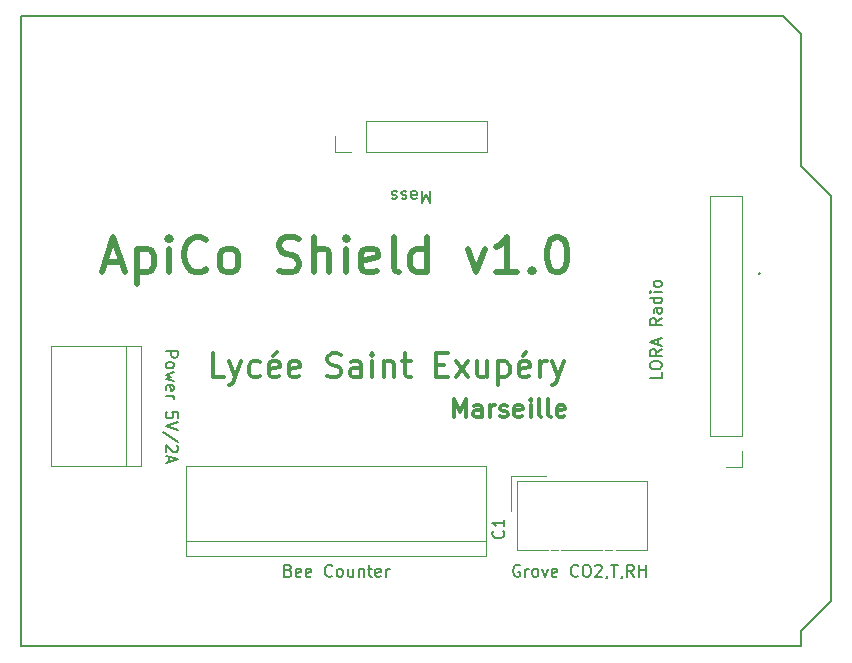
<source format=gbr>
%TF.GenerationSoftware,KiCad,Pcbnew,5.99.0+really5.1.10+dfsg1-1*%
%TF.CreationDate,2021-10-27T10:57:28+02:00*%
%TF.ProjectId,apico_shield,61706963-6f5f-4736-9869-656c642e6b69,rev?*%
%TF.SameCoordinates,Original*%
%TF.FileFunction,Legend,Top*%
%TF.FilePolarity,Positive*%
%FSLAX46Y46*%
G04 Gerber Fmt 4.6, Leading zero omitted, Abs format (unit mm)*
G04 Created by KiCad (PCBNEW 5.99.0+really5.1.10+dfsg1-1) date 2021-10-27 10:57:28*
%MOMM*%
%LPD*%
G01*
G04 APERTURE LIST*
%ADD10C,0.300000*%
%ADD11C,0.500000*%
%ADD12C,0.150000*%
%ADD13C,0.120000*%
G04 APERTURE END LIST*
D10*
X150923311Y-107591711D02*
X150923311Y-106091711D01*
X151423311Y-107163140D01*
X151923311Y-106091711D01*
X151923311Y-107591711D01*
X153280454Y-107591711D02*
X153280454Y-106805997D01*
X153209025Y-106663140D01*
X153066168Y-106591711D01*
X152780454Y-106591711D01*
X152637597Y-106663140D01*
X153280454Y-107520282D02*
X153137597Y-107591711D01*
X152780454Y-107591711D01*
X152637597Y-107520282D01*
X152566168Y-107377425D01*
X152566168Y-107234568D01*
X152637597Y-107091711D01*
X152780454Y-107020282D01*
X153137597Y-107020282D01*
X153280454Y-106948854D01*
X153994740Y-107591711D02*
X153994740Y-106591711D01*
X153994740Y-106877425D02*
X154066168Y-106734568D01*
X154137597Y-106663140D01*
X154280454Y-106591711D01*
X154423311Y-106591711D01*
X154851883Y-107520282D02*
X154994740Y-107591711D01*
X155280454Y-107591711D01*
X155423311Y-107520282D01*
X155494740Y-107377425D01*
X155494740Y-107305997D01*
X155423311Y-107163140D01*
X155280454Y-107091711D01*
X155066168Y-107091711D01*
X154923311Y-107020282D01*
X154851883Y-106877425D01*
X154851883Y-106805997D01*
X154923311Y-106663140D01*
X155066168Y-106591711D01*
X155280454Y-106591711D01*
X155423311Y-106663140D01*
X156709025Y-107520282D02*
X156566168Y-107591711D01*
X156280454Y-107591711D01*
X156137597Y-107520282D01*
X156066168Y-107377425D01*
X156066168Y-106805997D01*
X156137597Y-106663140D01*
X156280454Y-106591711D01*
X156566168Y-106591711D01*
X156709025Y-106663140D01*
X156780454Y-106805997D01*
X156780454Y-106948854D01*
X156066168Y-107091711D01*
X157423311Y-107591711D02*
X157423311Y-106591711D01*
X157423311Y-106091711D02*
X157351883Y-106163140D01*
X157423311Y-106234568D01*
X157494740Y-106163140D01*
X157423311Y-106091711D01*
X157423311Y-106234568D01*
X158351883Y-107591711D02*
X158209025Y-107520282D01*
X158137597Y-107377425D01*
X158137597Y-106091711D01*
X159137597Y-107591711D02*
X158994740Y-107520282D01*
X158923311Y-107377425D01*
X158923311Y-106091711D01*
X160280454Y-107520282D02*
X160137597Y-107591711D01*
X159851883Y-107591711D01*
X159709025Y-107520282D01*
X159637597Y-107377425D01*
X159637597Y-106805997D01*
X159709025Y-106663140D01*
X159851883Y-106591711D01*
X160137597Y-106591711D01*
X160280454Y-106663140D01*
X160351883Y-106805997D01*
X160351883Y-106948854D01*
X159637597Y-107091711D01*
X131457839Y-104200819D02*
X130505458Y-104200819D01*
X130505458Y-102200819D01*
X131934029Y-102867486D02*
X132410220Y-104200819D01*
X132886410Y-102867486D02*
X132410220Y-104200819D01*
X132219743Y-104677010D01*
X132124505Y-104772248D01*
X131934029Y-104867486D01*
X134505458Y-104105581D02*
X134314982Y-104200819D01*
X133934029Y-104200819D01*
X133743553Y-104105581D01*
X133648315Y-104010343D01*
X133553077Y-103819867D01*
X133553077Y-103248438D01*
X133648315Y-103057962D01*
X133743553Y-102962724D01*
X133934029Y-102867486D01*
X134314982Y-102867486D01*
X134505458Y-102962724D01*
X136124505Y-104105581D02*
X135934029Y-104200819D01*
X135553077Y-104200819D01*
X135362601Y-104105581D01*
X135267363Y-103915105D01*
X135267363Y-103153200D01*
X135362601Y-102962724D01*
X135553077Y-102867486D01*
X135934029Y-102867486D01*
X136124505Y-102962724D01*
X136219743Y-103153200D01*
X136219743Y-103343677D01*
X135267363Y-103534153D01*
X135934029Y-102105581D02*
X135648315Y-102391296D01*
X137838791Y-104105581D02*
X137648315Y-104200819D01*
X137267363Y-104200819D01*
X137076886Y-104105581D01*
X136981648Y-103915105D01*
X136981648Y-103153200D01*
X137076886Y-102962724D01*
X137267363Y-102867486D01*
X137648315Y-102867486D01*
X137838791Y-102962724D01*
X137934029Y-103153200D01*
X137934029Y-103343677D01*
X136981648Y-103534153D01*
X140219743Y-104105581D02*
X140505458Y-104200819D01*
X140981648Y-104200819D01*
X141172124Y-104105581D01*
X141267363Y-104010343D01*
X141362601Y-103819867D01*
X141362601Y-103629391D01*
X141267363Y-103438915D01*
X141172124Y-103343677D01*
X140981648Y-103248438D01*
X140600696Y-103153200D01*
X140410220Y-103057962D01*
X140314982Y-102962724D01*
X140219743Y-102772248D01*
X140219743Y-102581772D01*
X140314982Y-102391296D01*
X140410220Y-102296058D01*
X140600696Y-102200819D01*
X141076886Y-102200819D01*
X141362601Y-102296058D01*
X143076886Y-104200819D02*
X143076886Y-103153200D01*
X142981648Y-102962724D01*
X142791172Y-102867486D01*
X142410220Y-102867486D01*
X142219743Y-102962724D01*
X143076886Y-104105581D02*
X142886410Y-104200819D01*
X142410220Y-104200819D01*
X142219743Y-104105581D01*
X142124505Y-103915105D01*
X142124505Y-103724629D01*
X142219743Y-103534153D01*
X142410220Y-103438915D01*
X142886410Y-103438915D01*
X143076886Y-103343677D01*
X144029267Y-104200819D02*
X144029267Y-102867486D01*
X144029267Y-102200819D02*
X143934029Y-102296058D01*
X144029267Y-102391296D01*
X144124505Y-102296058D01*
X144029267Y-102200819D01*
X144029267Y-102391296D01*
X144981648Y-102867486D02*
X144981648Y-104200819D01*
X144981648Y-103057962D02*
X145076886Y-102962724D01*
X145267363Y-102867486D01*
X145553077Y-102867486D01*
X145743553Y-102962724D01*
X145838791Y-103153200D01*
X145838791Y-104200819D01*
X146505458Y-102867486D02*
X147267363Y-102867486D01*
X146791172Y-102200819D02*
X146791172Y-103915105D01*
X146886410Y-104105581D01*
X147076886Y-104200819D01*
X147267363Y-104200819D01*
X149457839Y-103153200D02*
X150124505Y-103153200D01*
X150410220Y-104200819D02*
X149457839Y-104200819D01*
X149457839Y-102200819D01*
X150410220Y-102200819D01*
X151076886Y-104200819D02*
X152124505Y-102867486D01*
X151076886Y-102867486D02*
X152124505Y-104200819D01*
X153743553Y-102867486D02*
X153743553Y-104200819D01*
X152886410Y-102867486D02*
X152886410Y-103915105D01*
X152981648Y-104105581D01*
X153172124Y-104200819D01*
X153457839Y-104200819D01*
X153648315Y-104105581D01*
X153743553Y-104010343D01*
X154695934Y-102867486D02*
X154695934Y-104867486D01*
X154695934Y-102962724D02*
X154886410Y-102867486D01*
X155267363Y-102867486D01*
X155457839Y-102962724D01*
X155553077Y-103057962D01*
X155648315Y-103248438D01*
X155648315Y-103819867D01*
X155553077Y-104010343D01*
X155457839Y-104105581D01*
X155267363Y-104200819D01*
X154886410Y-104200819D01*
X154695934Y-104105581D01*
X157267363Y-104105581D02*
X157076886Y-104200819D01*
X156695934Y-104200819D01*
X156505458Y-104105581D01*
X156410220Y-103915105D01*
X156410220Y-103153200D01*
X156505458Y-102962724D01*
X156695934Y-102867486D01*
X157076886Y-102867486D01*
X157267363Y-102962724D01*
X157362601Y-103153200D01*
X157362601Y-103343677D01*
X156410220Y-103534153D01*
X157076886Y-102105581D02*
X156791172Y-102391296D01*
X158219743Y-104200819D02*
X158219743Y-102867486D01*
X158219743Y-103248438D02*
X158314982Y-103057962D01*
X158410220Y-102962724D01*
X158600696Y-102867486D01*
X158791172Y-102867486D01*
X159267363Y-102867486D02*
X159743553Y-104200819D01*
X160219743Y-102867486D02*
X159743553Y-104200819D01*
X159553077Y-104677010D01*
X159457839Y-104772248D01*
X159267363Y-104867486D01*
D11*
X121398571Y-94480000D02*
X122827142Y-94480000D01*
X121112857Y-95337142D02*
X122112857Y-92337142D01*
X123112857Y-95337142D01*
X124112857Y-93337142D02*
X124112857Y-96337142D01*
X124112857Y-93480000D02*
X124398571Y-93337142D01*
X124970000Y-93337142D01*
X125255714Y-93480000D01*
X125398571Y-93622857D01*
X125541428Y-93908571D01*
X125541428Y-94765714D01*
X125398571Y-95051428D01*
X125255714Y-95194285D01*
X124970000Y-95337142D01*
X124398571Y-95337142D01*
X124112857Y-95194285D01*
X126827142Y-95337142D02*
X126827142Y-93337142D01*
X126827142Y-92337142D02*
X126684285Y-92480000D01*
X126827142Y-92622857D01*
X126970000Y-92480000D01*
X126827142Y-92337142D01*
X126827142Y-92622857D01*
X129970000Y-95051428D02*
X129827142Y-95194285D01*
X129398571Y-95337142D01*
X129112857Y-95337142D01*
X128684285Y-95194285D01*
X128398571Y-94908571D01*
X128255714Y-94622857D01*
X128112857Y-94051428D01*
X128112857Y-93622857D01*
X128255714Y-93051428D01*
X128398571Y-92765714D01*
X128684285Y-92480000D01*
X129112857Y-92337142D01*
X129398571Y-92337142D01*
X129827142Y-92480000D01*
X129970000Y-92622857D01*
X131684285Y-95337142D02*
X131398571Y-95194285D01*
X131255714Y-95051428D01*
X131112857Y-94765714D01*
X131112857Y-93908571D01*
X131255714Y-93622857D01*
X131398571Y-93480000D01*
X131684285Y-93337142D01*
X132112857Y-93337142D01*
X132398571Y-93480000D01*
X132541428Y-93622857D01*
X132684285Y-93908571D01*
X132684285Y-94765714D01*
X132541428Y-95051428D01*
X132398571Y-95194285D01*
X132112857Y-95337142D01*
X131684285Y-95337142D01*
X136112857Y-95194285D02*
X136541428Y-95337142D01*
X137255714Y-95337142D01*
X137541428Y-95194285D01*
X137684285Y-95051428D01*
X137827142Y-94765714D01*
X137827142Y-94480000D01*
X137684285Y-94194285D01*
X137541428Y-94051428D01*
X137255714Y-93908571D01*
X136684285Y-93765714D01*
X136398571Y-93622857D01*
X136255714Y-93480000D01*
X136112857Y-93194285D01*
X136112857Y-92908571D01*
X136255714Y-92622857D01*
X136398571Y-92480000D01*
X136684285Y-92337142D01*
X137398571Y-92337142D01*
X137827142Y-92480000D01*
X139112857Y-95337142D02*
X139112857Y-92337142D01*
X140398571Y-95337142D02*
X140398571Y-93765714D01*
X140255714Y-93480000D01*
X139970000Y-93337142D01*
X139541428Y-93337142D01*
X139255714Y-93480000D01*
X139112857Y-93622857D01*
X141827142Y-95337142D02*
X141827142Y-93337142D01*
X141827142Y-92337142D02*
X141684285Y-92480000D01*
X141827142Y-92622857D01*
X141970000Y-92480000D01*
X141827142Y-92337142D01*
X141827142Y-92622857D01*
X144398571Y-95194285D02*
X144112857Y-95337142D01*
X143541428Y-95337142D01*
X143255714Y-95194285D01*
X143112857Y-94908571D01*
X143112857Y-93765714D01*
X143255714Y-93480000D01*
X143541428Y-93337142D01*
X144112857Y-93337142D01*
X144398571Y-93480000D01*
X144541428Y-93765714D01*
X144541428Y-94051428D01*
X143112857Y-94337142D01*
X146255714Y-95337142D02*
X145970000Y-95194285D01*
X145827142Y-94908571D01*
X145827142Y-92337142D01*
X148684285Y-95337142D02*
X148684285Y-92337142D01*
X148684285Y-95194285D02*
X148398571Y-95337142D01*
X147827142Y-95337142D01*
X147541428Y-95194285D01*
X147398571Y-95051428D01*
X147255714Y-94765714D01*
X147255714Y-93908571D01*
X147398571Y-93622857D01*
X147541428Y-93480000D01*
X147827142Y-93337142D01*
X148398571Y-93337142D01*
X148684285Y-93480000D01*
X152112857Y-93337142D02*
X152827142Y-95337142D01*
X153541428Y-93337142D01*
X156255714Y-95337142D02*
X154541428Y-95337142D01*
X155398571Y-95337142D02*
X155398571Y-92337142D01*
X155112857Y-92765714D01*
X154827142Y-93051428D01*
X154541428Y-93194285D01*
X157541428Y-95051428D02*
X157684285Y-95194285D01*
X157541428Y-95337142D01*
X157398571Y-95194285D01*
X157541428Y-95051428D01*
X157541428Y-95337142D01*
X159541428Y-92337142D02*
X159827142Y-92337142D01*
X160112857Y-92480000D01*
X160255714Y-92622857D01*
X160398571Y-92908571D01*
X160541428Y-93480000D01*
X160541428Y-94194285D01*
X160398571Y-94765714D01*
X160255714Y-95051428D01*
X160112857Y-95194285D01*
X159827142Y-95337142D01*
X159541428Y-95337142D01*
X159255714Y-95194285D01*
X159112857Y-95051428D01*
X158970000Y-94765714D01*
X158827142Y-94194285D01*
X158827142Y-93480000D01*
X158970000Y-92908571D01*
X159112857Y-92622857D01*
X159255714Y-92480000D01*
X159541428Y-92337142D01*
D12*
%TO.C,APICO_UNO1*%
X114300000Y-73660000D02*
X178816000Y-73660000D01*
X114300000Y-127000000D02*
X180340000Y-127000000D01*
X178816000Y-73660000D02*
X180340000Y-75184000D01*
X180340000Y-127000000D02*
X180340000Y-125730000D01*
X180340000Y-125730000D02*
X182880000Y-123190000D01*
X182880000Y-123190000D02*
X182880000Y-88900000D01*
X182880000Y-88900000D02*
X180340000Y-86360000D01*
X180340000Y-86360000D02*
X180340000Y-75184000D01*
X114300000Y-73660000D02*
X114300000Y-127000000D01*
D13*
%TO.C,C3*%
X123190000Y-101600000D02*
X123190000Y-111760000D01*
X124460000Y-101600000D02*
X116840000Y-101600000D01*
X116840000Y-101600000D02*
X116840000Y-111760000D01*
X116840000Y-111760000D02*
X124460000Y-111760000D01*
X124460000Y-111760000D02*
X124460000Y-101600000D01*
%TO.C,C2*%
X128270000Y-119380000D02*
X153670000Y-119380000D01*
X128270000Y-118110000D02*
X153670000Y-118110000D01*
X128270000Y-111760000D02*
X153670000Y-111760000D01*
X153670000Y-111760000D02*
X153670000Y-119380000D01*
X128270000Y-111760000D02*
X128270000Y-119380000D01*
%TO.C,C1*%
X155750000Y-112570000D02*
X158750000Y-112570000D01*
X155750000Y-115570000D02*
X155750000Y-112570000D01*
X163750000Y-118870000D02*
X164350000Y-118870000D01*
X159150000Y-118870000D02*
X159750000Y-118870000D01*
X156250000Y-113020000D02*
X167300000Y-113020000D01*
X156250000Y-118870000D02*
X156250000Y-113020000D01*
X160000000Y-118870000D02*
X163500000Y-118870000D01*
X167300000Y-118870000D02*
X167300000Y-113020000D01*
X156250000Y-118870000D02*
X158900000Y-118870000D01*
X164650000Y-118870000D02*
X167300000Y-118870000D01*
%TO.C,b1*%
X175320000Y-111820000D02*
X173990000Y-111820000D01*
X175320000Y-110490000D02*
X175320000Y-111820000D01*
X175320000Y-109220000D02*
X172660000Y-109220000D01*
X172660000Y-109220000D02*
X172660000Y-88840000D01*
X175320000Y-109220000D02*
X175320000Y-88840000D01*
X175320000Y-88840000D02*
X172660000Y-88840000D01*
%TO.C,b2*%
X153730000Y-85150000D02*
X153730000Y-82490000D01*
X143510000Y-85150000D02*
X153730000Y-85150000D01*
X143510000Y-82490000D02*
X153730000Y-82490000D01*
X143510000Y-85150000D02*
X143510000Y-82490000D01*
X142240000Y-85150000D02*
X140910000Y-85150000D01*
X140910000Y-85150000D02*
X140910000Y-83820000D01*
%TO.C,APICO_UNO1*%
D12*
X176784000Y-95353142D02*
X176831619Y-95400761D01*
X176784000Y-95448380D01*
X176736380Y-95400761D01*
X176784000Y-95353142D01*
X176784000Y-95448380D01*
%TO.C,C3*%
X126547619Y-101989523D02*
X127547619Y-101989523D01*
X127547619Y-102370476D01*
X127500000Y-102465714D01*
X127452380Y-102513333D01*
X127357142Y-102560952D01*
X127214285Y-102560952D01*
X127119047Y-102513333D01*
X127071428Y-102465714D01*
X127023809Y-102370476D01*
X127023809Y-101989523D01*
X126547619Y-103132380D02*
X126595238Y-103037142D01*
X126642857Y-102989523D01*
X126738095Y-102941904D01*
X127023809Y-102941904D01*
X127119047Y-102989523D01*
X127166666Y-103037142D01*
X127214285Y-103132380D01*
X127214285Y-103275238D01*
X127166666Y-103370476D01*
X127119047Y-103418095D01*
X127023809Y-103465714D01*
X126738095Y-103465714D01*
X126642857Y-103418095D01*
X126595238Y-103370476D01*
X126547619Y-103275238D01*
X126547619Y-103132380D01*
X127214285Y-103799047D02*
X126547619Y-103989523D01*
X127023809Y-104180000D01*
X126547619Y-104370476D01*
X127214285Y-104560952D01*
X126595238Y-105322857D02*
X126547619Y-105227619D01*
X126547619Y-105037142D01*
X126595238Y-104941904D01*
X126690476Y-104894285D01*
X127071428Y-104894285D01*
X127166666Y-104941904D01*
X127214285Y-105037142D01*
X127214285Y-105227619D01*
X127166666Y-105322857D01*
X127071428Y-105370476D01*
X126976190Y-105370476D01*
X126880952Y-104894285D01*
X126547619Y-105799047D02*
X127214285Y-105799047D01*
X127023809Y-105799047D02*
X127119047Y-105846666D01*
X127166666Y-105894285D01*
X127214285Y-105989523D01*
X127214285Y-106084761D01*
X127547619Y-107656190D02*
X127547619Y-107180000D01*
X127071428Y-107132380D01*
X127119047Y-107180000D01*
X127166666Y-107275238D01*
X127166666Y-107513333D01*
X127119047Y-107608571D01*
X127071428Y-107656190D01*
X126976190Y-107703809D01*
X126738095Y-107703809D01*
X126642857Y-107656190D01*
X126595238Y-107608571D01*
X126547619Y-107513333D01*
X126547619Y-107275238D01*
X126595238Y-107180000D01*
X126642857Y-107132380D01*
X127547619Y-107989523D02*
X126547619Y-108322857D01*
X127547619Y-108656190D01*
X127595238Y-109703809D02*
X126309523Y-108846666D01*
X127452380Y-109989523D02*
X127500000Y-110037142D01*
X127547619Y-110132380D01*
X127547619Y-110370476D01*
X127500000Y-110465714D01*
X127452380Y-110513333D01*
X127357142Y-110560952D01*
X127261904Y-110560952D01*
X127119047Y-110513333D01*
X126547619Y-109941904D01*
X126547619Y-110560952D01*
X126833333Y-110941904D02*
X126833333Y-111418095D01*
X126547619Y-110846666D02*
X127547619Y-111180000D01*
X126547619Y-111513333D01*
%TO.C,C2*%
X136912380Y-120578571D02*
X137055238Y-120626190D01*
X137102857Y-120673809D01*
X137150476Y-120769047D01*
X137150476Y-120911904D01*
X137102857Y-121007142D01*
X137055238Y-121054761D01*
X136960000Y-121102380D01*
X136579047Y-121102380D01*
X136579047Y-120102380D01*
X136912380Y-120102380D01*
X137007619Y-120150000D01*
X137055238Y-120197619D01*
X137102857Y-120292857D01*
X137102857Y-120388095D01*
X137055238Y-120483333D01*
X137007619Y-120530952D01*
X136912380Y-120578571D01*
X136579047Y-120578571D01*
X137960000Y-121054761D02*
X137864761Y-121102380D01*
X137674285Y-121102380D01*
X137579047Y-121054761D01*
X137531428Y-120959523D01*
X137531428Y-120578571D01*
X137579047Y-120483333D01*
X137674285Y-120435714D01*
X137864761Y-120435714D01*
X137960000Y-120483333D01*
X138007619Y-120578571D01*
X138007619Y-120673809D01*
X137531428Y-120769047D01*
X138817142Y-121054761D02*
X138721904Y-121102380D01*
X138531428Y-121102380D01*
X138436190Y-121054761D01*
X138388571Y-120959523D01*
X138388571Y-120578571D01*
X138436190Y-120483333D01*
X138531428Y-120435714D01*
X138721904Y-120435714D01*
X138817142Y-120483333D01*
X138864761Y-120578571D01*
X138864761Y-120673809D01*
X138388571Y-120769047D01*
X140626666Y-121007142D02*
X140579047Y-121054761D01*
X140436190Y-121102380D01*
X140340952Y-121102380D01*
X140198095Y-121054761D01*
X140102857Y-120959523D01*
X140055238Y-120864285D01*
X140007619Y-120673809D01*
X140007619Y-120530952D01*
X140055238Y-120340476D01*
X140102857Y-120245238D01*
X140198095Y-120150000D01*
X140340952Y-120102380D01*
X140436190Y-120102380D01*
X140579047Y-120150000D01*
X140626666Y-120197619D01*
X141198095Y-121102380D02*
X141102857Y-121054761D01*
X141055238Y-121007142D01*
X141007619Y-120911904D01*
X141007619Y-120626190D01*
X141055238Y-120530952D01*
X141102857Y-120483333D01*
X141198095Y-120435714D01*
X141340952Y-120435714D01*
X141436190Y-120483333D01*
X141483809Y-120530952D01*
X141531428Y-120626190D01*
X141531428Y-120911904D01*
X141483809Y-121007142D01*
X141436190Y-121054761D01*
X141340952Y-121102380D01*
X141198095Y-121102380D01*
X142388571Y-120435714D02*
X142388571Y-121102380D01*
X141960000Y-120435714D02*
X141960000Y-120959523D01*
X142007619Y-121054761D01*
X142102857Y-121102380D01*
X142245714Y-121102380D01*
X142340952Y-121054761D01*
X142388571Y-121007142D01*
X142864761Y-120435714D02*
X142864761Y-121102380D01*
X142864761Y-120530952D02*
X142912380Y-120483333D01*
X143007619Y-120435714D01*
X143150476Y-120435714D01*
X143245714Y-120483333D01*
X143293333Y-120578571D01*
X143293333Y-121102380D01*
X143626666Y-120435714D02*
X144007619Y-120435714D01*
X143769523Y-120102380D02*
X143769523Y-120959523D01*
X143817142Y-121054761D01*
X143912380Y-121102380D01*
X144007619Y-121102380D01*
X144721904Y-121054761D02*
X144626666Y-121102380D01*
X144436190Y-121102380D01*
X144340952Y-121054761D01*
X144293333Y-120959523D01*
X144293333Y-120578571D01*
X144340952Y-120483333D01*
X144436190Y-120435714D01*
X144626666Y-120435714D01*
X144721904Y-120483333D01*
X144769523Y-120578571D01*
X144769523Y-120673809D01*
X144293333Y-120769047D01*
X145198095Y-121102380D02*
X145198095Y-120435714D01*
X145198095Y-120626190D02*
X145245714Y-120530952D01*
X145293333Y-120483333D01*
X145388571Y-120435714D01*
X145483809Y-120435714D01*
%TO.C,C1*%
X155107142Y-117236666D02*
X155154761Y-117284285D01*
X155202380Y-117427142D01*
X155202380Y-117522380D01*
X155154761Y-117665238D01*
X155059523Y-117760476D01*
X154964285Y-117808095D01*
X154773809Y-117855714D01*
X154630952Y-117855714D01*
X154440476Y-117808095D01*
X154345238Y-117760476D01*
X154250000Y-117665238D01*
X154202380Y-117522380D01*
X154202380Y-117427142D01*
X154250000Y-117284285D01*
X154297619Y-117236666D01*
X155202380Y-116284285D02*
X155202380Y-116855714D01*
X155202380Y-116570000D02*
X154202380Y-116570000D01*
X154345238Y-116665238D01*
X154440476Y-116760476D01*
X154488095Y-116855714D01*
X156508571Y-120150000D02*
X156413333Y-120102380D01*
X156270476Y-120102380D01*
X156127619Y-120150000D01*
X156032380Y-120245238D01*
X155984761Y-120340476D01*
X155937142Y-120530952D01*
X155937142Y-120673809D01*
X155984761Y-120864285D01*
X156032380Y-120959523D01*
X156127619Y-121054761D01*
X156270476Y-121102380D01*
X156365714Y-121102380D01*
X156508571Y-121054761D01*
X156556190Y-121007142D01*
X156556190Y-120673809D01*
X156365714Y-120673809D01*
X156984761Y-121102380D02*
X156984761Y-120435714D01*
X156984761Y-120626190D02*
X157032380Y-120530952D01*
X157080000Y-120483333D01*
X157175238Y-120435714D01*
X157270476Y-120435714D01*
X157746666Y-121102380D02*
X157651428Y-121054761D01*
X157603809Y-121007142D01*
X157556190Y-120911904D01*
X157556190Y-120626190D01*
X157603809Y-120530952D01*
X157651428Y-120483333D01*
X157746666Y-120435714D01*
X157889523Y-120435714D01*
X157984761Y-120483333D01*
X158032380Y-120530952D01*
X158080000Y-120626190D01*
X158080000Y-120911904D01*
X158032380Y-121007142D01*
X157984761Y-121054761D01*
X157889523Y-121102380D01*
X157746666Y-121102380D01*
X158413333Y-120435714D02*
X158651428Y-121102380D01*
X158889523Y-120435714D01*
X159651428Y-121054761D02*
X159556190Y-121102380D01*
X159365714Y-121102380D01*
X159270476Y-121054761D01*
X159222857Y-120959523D01*
X159222857Y-120578571D01*
X159270476Y-120483333D01*
X159365714Y-120435714D01*
X159556190Y-120435714D01*
X159651428Y-120483333D01*
X159699047Y-120578571D01*
X159699047Y-120673809D01*
X159222857Y-120769047D01*
X161460952Y-121007142D02*
X161413333Y-121054761D01*
X161270476Y-121102380D01*
X161175238Y-121102380D01*
X161032380Y-121054761D01*
X160937142Y-120959523D01*
X160889523Y-120864285D01*
X160841904Y-120673809D01*
X160841904Y-120530952D01*
X160889523Y-120340476D01*
X160937142Y-120245238D01*
X161032380Y-120150000D01*
X161175238Y-120102380D01*
X161270476Y-120102380D01*
X161413333Y-120150000D01*
X161460952Y-120197619D01*
X162080000Y-120102380D02*
X162270476Y-120102380D01*
X162365714Y-120150000D01*
X162460952Y-120245238D01*
X162508571Y-120435714D01*
X162508571Y-120769047D01*
X162460952Y-120959523D01*
X162365714Y-121054761D01*
X162270476Y-121102380D01*
X162080000Y-121102380D01*
X161984761Y-121054761D01*
X161889523Y-120959523D01*
X161841904Y-120769047D01*
X161841904Y-120435714D01*
X161889523Y-120245238D01*
X161984761Y-120150000D01*
X162080000Y-120102380D01*
X162889523Y-120197619D02*
X162937142Y-120150000D01*
X163032380Y-120102380D01*
X163270476Y-120102380D01*
X163365714Y-120150000D01*
X163413333Y-120197619D01*
X163460952Y-120292857D01*
X163460952Y-120388095D01*
X163413333Y-120530952D01*
X162841904Y-121102380D01*
X163460952Y-121102380D01*
X163937142Y-121054761D02*
X163937142Y-121102380D01*
X163889523Y-121197619D01*
X163841904Y-121245238D01*
X164222857Y-120102380D02*
X164794285Y-120102380D01*
X164508571Y-121102380D02*
X164508571Y-120102380D01*
X165175238Y-121054761D02*
X165175238Y-121102380D01*
X165127619Y-121197619D01*
X165080000Y-121245238D01*
X166175238Y-121102380D02*
X165841904Y-120626190D01*
X165603809Y-121102380D02*
X165603809Y-120102380D01*
X165984761Y-120102380D01*
X166080000Y-120150000D01*
X166127619Y-120197619D01*
X166175238Y-120292857D01*
X166175238Y-120435714D01*
X166127619Y-120530952D01*
X166080000Y-120578571D01*
X165984761Y-120626190D01*
X165603809Y-120626190D01*
X166603809Y-121102380D02*
X166603809Y-120102380D01*
X166603809Y-120578571D02*
X167175238Y-120578571D01*
X167175238Y-121102380D02*
X167175238Y-120102380D01*
%TO.C,b1*%
X168529505Y-103814749D02*
X168529505Y-104290940D01*
X167529505Y-104290940D01*
X167529505Y-103290940D02*
X167529505Y-103100463D01*
X167577125Y-103005225D01*
X167672363Y-102909987D01*
X167862839Y-102862368D01*
X168196172Y-102862368D01*
X168386648Y-102909987D01*
X168481886Y-103005225D01*
X168529505Y-103100463D01*
X168529505Y-103290940D01*
X168481886Y-103386178D01*
X168386648Y-103481416D01*
X168196172Y-103529035D01*
X167862839Y-103529035D01*
X167672363Y-103481416D01*
X167577125Y-103386178D01*
X167529505Y-103290940D01*
X168529505Y-101862368D02*
X168053315Y-102195702D01*
X168529505Y-102433797D02*
X167529505Y-102433797D01*
X167529505Y-102052844D01*
X167577125Y-101957606D01*
X167624744Y-101909987D01*
X167719982Y-101862368D01*
X167862839Y-101862368D01*
X167958077Y-101909987D01*
X168005696Y-101957606D01*
X168053315Y-102052844D01*
X168053315Y-102433797D01*
X168243791Y-101481416D02*
X168243791Y-101005225D01*
X168529505Y-101576654D02*
X167529505Y-101243321D01*
X168529505Y-100909987D01*
X168529505Y-99243321D02*
X168053315Y-99576654D01*
X168529505Y-99814749D02*
X167529505Y-99814749D01*
X167529505Y-99433797D01*
X167577125Y-99338559D01*
X167624744Y-99290940D01*
X167719982Y-99243321D01*
X167862839Y-99243321D01*
X167958077Y-99290940D01*
X168005696Y-99338559D01*
X168053315Y-99433797D01*
X168053315Y-99814749D01*
X168529505Y-98386178D02*
X168005696Y-98386178D01*
X167910458Y-98433797D01*
X167862839Y-98529035D01*
X167862839Y-98719511D01*
X167910458Y-98814749D01*
X168481886Y-98386178D02*
X168529505Y-98481416D01*
X168529505Y-98719511D01*
X168481886Y-98814749D01*
X168386648Y-98862368D01*
X168291410Y-98862368D01*
X168196172Y-98814749D01*
X168148553Y-98719511D01*
X168148553Y-98481416D01*
X168100934Y-98386178D01*
X168529505Y-97481416D02*
X167529505Y-97481416D01*
X168481886Y-97481416D02*
X168529505Y-97576654D01*
X168529505Y-97767130D01*
X168481886Y-97862368D01*
X168434267Y-97909987D01*
X168339029Y-97957606D01*
X168053315Y-97957606D01*
X167958077Y-97909987D01*
X167910458Y-97862368D01*
X167862839Y-97767130D01*
X167862839Y-97576654D01*
X167910458Y-97481416D01*
X168529505Y-97005225D02*
X167862839Y-97005225D01*
X167529505Y-97005225D02*
X167577125Y-97052844D01*
X167624744Y-97005225D01*
X167577125Y-96957606D01*
X167529505Y-97005225D01*
X167624744Y-97005225D01*
X168529505Y-96386178D02*
X168481886Y-96481416D01*
X168434267Y-96529035D01*
X168339029Y-96576654D01*
X168053315Y-96576654D01*
X167958077Y-96529035D01*
X167910458Y-96481416D01*
X167862839Y-96386178D01*
X167862839Y-96243321D01*
X167910458Y-96148082D01*
X167958077Y-96100463D01*
X168053315Y-96052844D01*
X168339029Y-96052844D01*
X168434267Y-96100463D01*
X168481886Y-96148082D01*
X168529505Y-96243321D01*
X168529505Y-96386178D01*
%TO.C,b2*%
X148915238Y-88447619D02*
X148915238Y-89447619D01*
X148581904Y-88733333D01*
X148248571Y-89447619D01*
X148248571Y-88447619D01*
X147343809Y-88447619D02*
X147343809Y-88971428D01*
X147391428Y-89066666D01*
X147486666Y-89114285D01*
X147677142Y-89114285D01*
X147772380Y-89066666D01*
X147343809Y-88495238D02*
X147439047Y-88447619D01*
X147677142Y-88447619D01*
X147772380Y-88495238D01*
X147820000Y-88590476D01*
X147820000Y-88685714D01*
X147772380Y-88780952D01*
X147677142Y-88828571D01*
X147439047Y-88828571D01*
X147343809Y-88876190D01*
X146915238Y-88495238D02*
X146820000Y-88447619D01*
X146629523Y-88447619D01*
X146534285Y-88495238D01*
X146486666Y-88590476D01*
X146486666Y-88638095D01*
X146534285Y-88733333D01*
X146629523Y-88780952D01*
X146772380Y-88780952D01*
X146867619Y-88828571D01*
X146915238Y-88923809D01*
X146915238Y-88971428D01*
X146867619Y-89066666D01*
X146772380Y-89114285D01*
X146629523Y-89114285D01*
X146534285Y-89066666D01*
X146105714Y-88495238D02*
X146010476Y-88447619D01*
X145820000Y-88447619D01*
X145724761Y-88495238D01*
X145677142Y-88590476D01*
X145677142Y-88638095D01*
X145724761Y-88733333D01*
X145820000Y-88780952D01*
X145962857Y-88780952D01*
X146058095Y-88828571D01*
X146105714Y-88923809D01*
X146105714Y-88971428D01*
X146058095Y-89066666D01*
X145962857Y-89114285D01*
X145820000Y-89114285D01*
X145724761Y-89066666D01*
%TD*%
M02*

</source>
